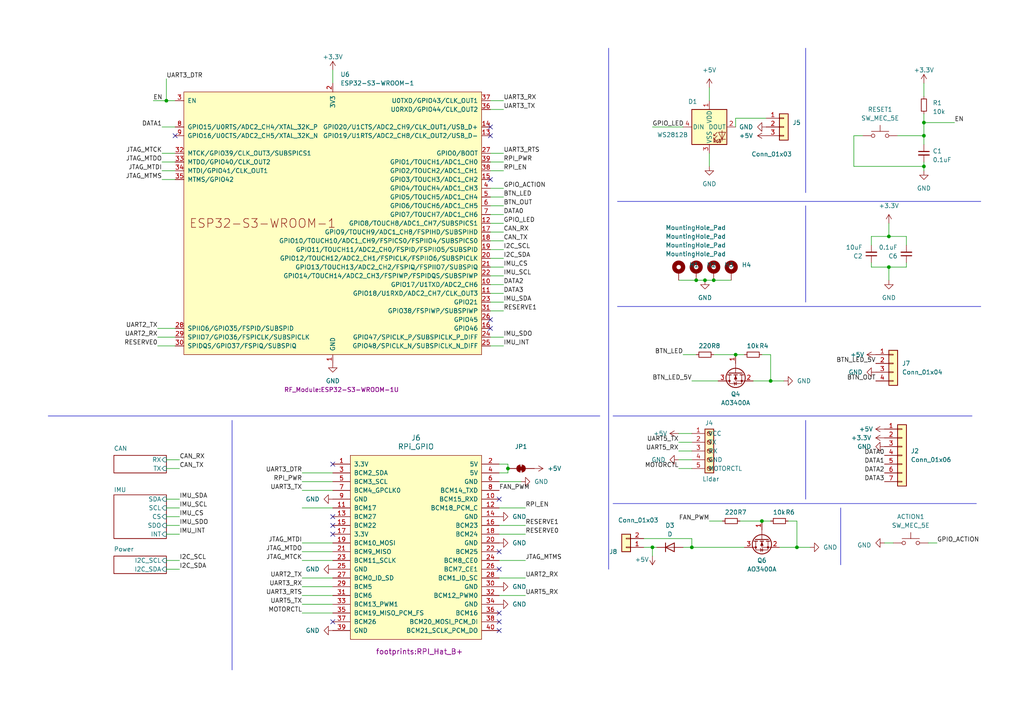
<source format=kicad_sch>
(kicad_sch (version 20231120) (generator "eeschema") (generator_version "8.0")
  (paper "A4")
  (lib_symbols
    (symbol "Connector:Screw_Terminal_01x05" (pin_names (offset 1.016))
      (property "Reference" "J4" (at 2.54 1.2701 0))
      (property "Value" "Lidar" (at -10.922 8.382 0))
      (symbol "Screw_Terminal_01x05_1_1"
        (rectangle (start -1.27 6.35) (end 1.27 -6.35) (stroke (width 0.254)) (fill (type background)))
        (circle (center 0 -5.08) (radius 0.635) (stroke (width 0.1524)))
        (circle (center 0 -2.54) (radius 0.635) (stroke (width 0.1524)))
        (polyline (pts (xy -0.5334 -4.7498) (xy 0.3302 -5.588)) (stroke (width 0.1524)))
        (polyline (pts (xy -0.5334 -2.2098) (xy 0.3302 -3.048)) (stroke (width 0.1524)))
        (polyline (pts (xy -0.5334 0.3302) (xy 0.3302 -0.508)) (stroke (width 0.1524)))
        (polyline (pts (xy -0.5334 2.8702) (xy 0.3302 2.032)) (stroke (width 0.1524)))
        (polyline (pts (xy -0.5334 5.4102) (xy 0.3302 4.572)) (stroke (width 0.1524)))
        (polyline (pts (xy -0.3556 -4.572) (xy 0.508 -5.4102)) (stroke (width 0.1524)))
        (polyline (pts (xy -0.3556 -2.032) (xy 0.508 -2.8702)) (stroke (width 0.1524)))
        (polyline (pts (xy -0.3556 0.508) (xy 0.508 -0.3302)) (stroke (width 0.1524)))
        (polyline (pts (xy -0.3556 3.048) (xy 0.508 2.2098)) (stroke (width 0.1524)))
        (polyline (pts (xy -0.3556 5.588) (xy 0.508 4.7498)) (stroke (width 0.1524)))
        (circle (center 0 0) (radius 0.635) (stroke (width 0.1524)))
        (circle (center 0 2.54) (radius 0.635) (stroke (width 0.1524)))
        (circle (center 0 5.08) (radius 0.635) (stroke (width 0.1524)))
        (pin passive line (at -5.08 5.08 0) (length 3.81) (name "VCC") (number "1"))
        (pin passive line (at -5.08 2.54 0) (length 3.81) (name "TX") (number "2"))
        (pin passive line (at -5.08 0 0) (length 3.81) (name "RX") (number "3"))
        (pin passive line (at -5.08 -2.54 0) (length 3.81) (name "GND") (number "4"))
        (pin passive line (at -5.08 -5.08 0) (length 3.81) (name "MOTORCTL") (number "5"))
      )
    )
    (symbol "Connector_Generic:Conn_01x02" (pin_names (offset 1.016) hide)
      (property "Reference" "J" (at 0 2.54 0))
      (property "Value" "Conn_01x02" (at 0 -5.08 0))
      (symbol "Conn_01x02_1_1"
        (rectangle (start -1.27 -2.413) (end 0 -2.667) (stroke (width 0.1524)))
        (rectangle (start -1.27 0.127) (end 0 -0.127) (stroke (width 0.1524)))
        (rectangle (start -1.27 1.27) (end 1.27 -3.81) (stroke (width 0.254)) (fill (type background)))
        (pin passive line (at -5.08 0 0) (length 3.81) (name "Pin_1") (number "1"))
        (pin passive line (at -5.08 -2.54 0) (length 3.81) (name "Pin_2") (number "2"))
      )
    )
    (symbol "Connector_Generic:Conn_01x03" (pin_names (offset 1.016) hide)
      (property "Reference" "J" (at 0 5.08 0))
      (property "Value" "Conn_01x03" (at 0 -5.08 0))
      (symbol "Conn_01x03_1_1"
        (rectangle (start -1.27 -2.413) (end 0 -2.667) (stroke (width 0.1524)))
        (rectangle (start -1.27 0.127) (end 0 -0.127) (stroke (width 0.1524)))
        (rectangle (start -1.27 2.667) (end 0 2.413) (stroke (width 0.1524)))
        (rectangle (start -1.27 3.81) (end 1.27 -3.81) (stroke (width 0.254)) (fill (type background)))
        (pin passive line (at -5.08 2.54 0) (length 3.81) (name "Pin_1") (number "1"))
        (pin passive line (at -5.08 0 0) (length 3.81) (name "Pin_2") (number "2"))
        (pin passive line (at -5.08 -2.54 0) (length 3.81) (name "Pin_3") (number "3"))
      )
    )
    (symbol "Connector_Generic:Conn_01x04" (pin_names (offset 1.016) hide)
      (property "Reference" "J" (at 0 5.08 0))
      (property "Value" "Conn_01x04" (at 0 -7.62 0))
      (symbol "Conn_01x04_1_1"
        (rectangle (start -1.27 -4.953) (end 0 -5.207) (stroke (width 0.1524)))
        (rectangle (start -1.27 -2.413) (end 0 -2.667) (stroke (width 0.1524)))
        (rectangle (start -1.27 0.127) (end 0 -0.127) (stroke (width 0.1524)))
        (rectangle (start -1.27 2.667) (end 0 2.413) (stroke (width 0.1524)))
        (rectangle (start -1.27 3.81) (end 1.27 -6.35) (stroke (width 0.254)) (fill (type background)))
        (pin passive line (at -5.08 2.54 0) (length 3.81) (name "Pin_1") (number "1"))
        (pin passive line (at -5.08 0 0) (length 3.81) (name "Pin_2") (number "2"))
        (pin passive line (at -5.08 -2.54 0) (length 3.81) (name "Pin_3") (number "3"))
        (pin passive line (at -5.08 -5.08 0) (length 3.81) (name "Pin_4") (number "4"))
      )
    )
    (symbol "Connector_Generic:Conn_01x07" (pin_names (offset 1.016) hide)
      (property "Reference" "J" (at 0 10.16 0))
      (property "Value" "Conn_01x07" (at 0 -10.16 0))
      (symbol "Conn_01x07_1_1"
        (rectangle (start -1.27 -7.493) (end 0 -7.747) (stroke (width 0.1524)))
        (rectangle (start -1.27 -4.953) (end 0 -5.207) (stroke (width 0.1524)))
        (rectangle (start -1.27 -2.413) (end 0 -2.667) (stroke (width 0.1524)))
        (rectangle (start -1.27 0.127) (end 0 -0.127) (stroke (width 0.1524)))
        (rectangle (start -1.27 2.667) (end 0 2.413) (stroke (width 0.1524)))
        (rectangle (start -1.27 5.207) (end 0 4.953) (stroke (width 0.1524)))
        (rectangle (start -1.27 7.747) (end 0 7.493) (stroke (width 0.1524)))
        (rectangle (start -1.27 8.89) (end 1.27 -8.89) (stroke (width 0.254)) (fill (type background)))
        (pin passive line (at -5.08 7.62 0) (length 3.81) (name "Pin_1") (number "1"))
        (pin passive line (at -5.08 5.08 0) (length 3.81) (name "Pin_2") (number "2"))
        (pin passive line (at -5.08 2.54 0) (length 3.81) (name "Pin_3") (number "3"))
        (pin passive line (at -5.08 0 0) (length 3.81) (name "Pin_4") (number "4"))
        (pin passive line (at -5.08 -2.54 0) (length 3.81) (name "Pin_5") (number "5"))
        (pin passive line (at -5.08 -5.08 0) (length 3.81) (name "Pin_6") (number "6"))
        (pin passive line (at -5.08 -7.62 0) (length 3.81) (name "Pin_7") (number "7"))
      )
    )
    (symbol "Device:C_Small" (pin_numbers hide) (pin_names (offset 0.254) hide)
      (property "Reference" "C" (at 0.254 1.778 0))
      (property "Value" "C_Small" (at 0.254 -2.032 0))
      (symbol "C_Small_0_1"
        (polyline (pts (xy -1.524 -0.508) (xy 1.524 -0.508)) (stroke (width 0.3302)))
        (polyline (pts (xy -1.524 0.508) (xy 1.524 0.508)) (stroke (width 0.3048)))
      )
      (symbol "C_Small_1_1"
        (pin passive line (at 0 2.54 270) (length 2.032) (name "~") (number "1"))
        (pin passive line (at 0 -2.54 90) (length 2.032) (name "~") (number "2"))
      )
    )
    (symbol "Device:D" (pin_numbers hide) (pin_names (offset 1.016) hide)
      (property "Reference" "D" (at 0 2.54 0))
      (property "Value" "D" (at 0 -2.54 0))
      (symbol "D_0_1"
        (polyline (pts (xy -1.27 1.27) (xy -1.27 -1.27)) (stroke (width 0.254)))
        (polyline (pts (xy 1.27 0) (xy -1.27 0)))
        (polyline (pts (xy 1.27 1.27) (xy 1.27 -1.27) (xy -1.27 0) (xy 1.27 1.27)) (stroke (width 0.254)))
      )
      (symbol "D_1_1"
        (pin passive line (at -3.81 0 0) (length 2.54) (name "K") (number "1"))
        (pin passive line (at 3.81 0 180) (length 2.54) (name "A") (number "2"))
      )
    )
    (symbol "Device:R_Small" (pin_numbers hide) (pin_names (offset 0.254) hide)
      (property "Reference" "R" (at 0.762 0.508 0))
      (property "Value" "R_Small" (at 0.762 -1.016 0))
      (symbol "R_Small_0_1"
        (rectangle (start -0.762 1.778) (end 0.762 -1.778) (stroke (width 0.2032)))
      )
      (symbol "R_Small_1_1"
        (pin passive line (at 0 2.54 270) (length 0.762) (name "~") (number "1"))
        (pin passive line (at 0 -2.54 90) (length 0.762) (name "~") (number "2"))
      )
    )
    (symbol "Jumper:SolderJumper_2_Bridged" (pin_numbers hide) (pin_names (offset 0) hide) (exclude_from_sim yes) (in_bom no)
      (property "Reference" "JP" (at 0 2.032 0))
      (property "Value" "SolderJumper_2_Bridged" (at 0 -2.54 0))
      (symbol "SolderJumper_2_Bridged_0_1"
        (rectangle (start -0.508 0.508) (end 0.508 -0.508) (fill (type outline)))
        (arc (start -0.254 1.016) (mid -1.2656 0) (end -0.254 -1.016))
        (arc (start -0.254 1.016) (mid -1.2656 0) (end -0.254 -1.016) (fill (type outline)))
        (polyline (pts (xy -0.254 1.016) (xy -0.254 -1.016)))
        (polyline (pts (xy 0.254 1.016) (xy 0.254 -1.016)))
        (arc (start 0.254 -1.016) (mid 1.2656 0) (end 0.254 1.016))
        (arc (start 0.254 -1.016) (mid 1.2656 0) (end 0.254 1.016) (fill (type outline)))
      )
      (symbol "SolderJumper_2_Bridged_1_1"
        (pin passive line (at -3.81 0 0) (length 2.54) (name "A") (number "1"))
        (pin passive line (at 3.81 0 180) (length 2.54) (name "B") (number "2"))
      )
    )
    (symbol "LED:WS2812B" (pin_names (offset 0.254))
      (property "Reference" "D" (at 5.08 5.715 0))
      (property "Value" "WS2812B" (at 1.27 -5.715 0))
      (symbol "WS2812B_0_0"
        (text "RGB" (at 2.286 -4.191 0) (effects (font (size 0.762 0.762))))
      )
      (symbol "WS2812B_0_1"
        (polyline (pts (xy 1.27 -3.556) (xy 1.778 -3.556)))
        (polyline (pts (xy 1.27 -2.54) (xy 1.778 -2.54)))
        (polyline (pts (xy 4.699 -3.556) (xy 2.667 -3.556)))
        (polyline (pts (xy 2.286 -2.54) (xy 1.27 -3.556) (xy 1.27 -3.048)))
        (polyline (pts (xy 2.286 -1.524) (xy 1.27 -2.54) (xy 1.27 -2.032)))
        (polyline (pts (xy 3.683 -1.016) (xy 3.683 -3.556) (xy 3.683 -4.064)))
        (polyline (pts (xy 4.699 -1.524) (xy 2.667 -1.524) (xy 3.683 -3.556) (xy 4.699 -1.524)))
        (rectangle (start 5.08 5.08) (end -5.08 -5.08) (stroke (width 0.254)) (fill (type background)))
      )
      (symbol "WS2812B_1_1"
        (pin power_in line (at 0 7.62 270) (length 2.54) (name "VDD") (number "1"))
        (pin output line (at 7.62 0 180) (length 2.54) (name "DOUT") (number "2"))
        (pin power_in line (at 0 -7.62 90) (length 2.54) (name "VSS") (number "3"))
        (pin input line (at -7.62 0 0) (length 2.54) (name "DIN") (number "4"))
      )
    )
    (symbol "Mechanical:MountingHole_Pad" (pin_numbers hide) (pin_names (offset 1.016) hide)
      (property "Reference" "H" (at 0 6.35 0))
      (property "Value" "MountingHole_Pad" (at 0 4.445 0))
      (symbol "MountingHole_Pad_0_1"
        (circle (center 0 1.27) (radius 1.27) (stroke (width 1.27)))
      )
      (symbol "MountingHole_Pad_1_1"
        (pin input line (at 0 -2.54 90) (length 2.54) (name "1") (number "1"))
      )
    )
    (symbol "PCM_Espressif:ESP32-S3-WROOM-1" (pin_names (offset 1.016))
      (property "Reference" "U" (at -43.18 43.18 0))
      (property "Value" "ESP32-S3-WROOM-1" (at -43.18 40.64 0))
      (symbol "ESP32-S3-WROOM-1_0_0"
        (text "ESP32-S3-WROOM-1" (at -20.32 0 0) (effects (font (size 2.54 2.54))))
        (pin power_in line (at 0 -40.64 90) (length 2.54) (name "GND") (number "1"))
        (pin bidirectional line (at 45.72 -17.78 180) (length 2.54) (name "GPIO17/U1TXD/ADC2_CH6") (number "10"))
        (pin bidirectional line (at 45.72 -20.32 180) (length 2.54) (name "GPIO18/U1RXD/ADC2_CH7/CLK_OUT3") (number "11"))
        (pin bidirectional line (at 45.72 0 180) (length 2.54) (name "GPIO8/TOUCH8/ADC1_CH7/SUBSPICS1") (number "12"))
        (pin bidirectional line (at 45.72 25.4 180) (length 2.54) (name "GPIO19/U1RTS/ADC2_CH8/CLK_OUT2/USB_D-") (number "13"))
        (pin bidirectional line (at 45.72 27.94 180) (length 2.54) (name "GPIO20/U1CTS/ADC2_CH9/CLK_OUT1/USB_D+") (number "14"))
        (pin bidirectional line (at 45.72 12.7 180) (length 2.54) (name "GPIO3/TOUCH3/ADC1_CH2") (number "15"))
        (pin bidirectional line (at 45.72 -30.48 180) (length 2.54) (name "GPIO46") (number "16"))
        (pin bidirectional line (at 45.72 -2.54 180) (length 2.54) (name "GPIO9/TOUCH9/ADC1_CH8/FSPIHD/SUBSPIHD") (number "17"))
        (pin bidirectional line (at 45.72 -5.08 180) (length 2.54) (name "GPIO10/TOUCH10/ADC1_CH9/FSPICS0/FSPIIO4/SUBSPICS0") (number "18"))
        (pin bidirectional line (at 45.72 -7.62 180) (length 2.54) (name "GPIO11/TOUCH11/ADC2_CH0/FSPID/FSPIIO5/SUBSPID") (number "19"))
        (pin power_in line (at 0 40.64 270) (length 2.54) (name "3V3") (number "2"))
        (pin bidirectional line (at 45.72 -10.16 180) (length 2.54) (name "GPIO12/TOUCH12/ADC2_CH1/FSPICLK/FSPIIO6/SUBSPICLK") (number "20"))
        (pin bidirectional line (at 45.72 -12.7 180) (length 2.54) (name "GPIO13/TOUCH13/ADC2_CH2/FSPIQ/FSPIIO7/SUBSPIQ") (number "21"))
        (pin bidirectional line (at 45.72 -15.24 180) (length 2.54) (name "GPIO14/TOUCH14/ADC2_CH3/FSPIWP/FSPIDQS/SUBSPIWP") (number "22"))
        (pin bidirectional line (at 45.72 -22.86 180) (length 2.54) (name "GPIO21") (number "23"))
        (pin bidirectional line (at 45.72 -33.02 180) (length 2.54) (name "GPIO47/SPICLK_P/SUBSPICLK_P_DIFF") (number "24"))
        (pin bidirectional line (at 45.72 -35.56 180) (length 2.54) (name "GPIO48/SPICLK_N/SUBSPICLK_N_DIFF") (number "25"))
        (pin bidirectional line (at 45.72 -27.94 180) (length 2.54) (name "GPIO45") (number "26"))
        (pin bidirectional line (at 45.72 20.32 180) (length 2.54) (name "GPIO0/BOOT") (number "27"))
        (pin bidirectional line (at -45.72 -30.48 0) (length 2.54) (name "SPIIO6/GPIO35/FSPID/SUBSPID") (number "28"))
        (pin bidirectional line (at -45.72 -33.02 0) (length 2.54) (name "SPIIO7/GPIO36/FSPICLK/SUBSPICLK") (number "29"))
        (pin input line (at -45.72 35.56 0) (length 2.54) (name "EN") (number "3"))
        (pin bidirectional line (at -45.72 -35.56 0) (length 2.54) (name "SPIDQS/GPIO37/FSPIQ/SUBSPIQ") (number "30"))
        (pin bidirectional line (at 45.72 -25.4 180) (length 2.54) (name "GPIO38/FSPIWP/SUBSPIWP") (number "31"))
        (pin bidirectional line (at -45.72 20.32 0) (length 2.54) (name "MTCK/GPIO39/CLK_OUT3/SUBSPICS1") (number "32"))
        (pin bidirectional line (at -45.72 17.78 0) (length 2.54) (name "MTDO/GPIO40/CLK_OUT2") (number "33"))
        (pin bidirectional line (at -45.72 15.24 0) (length 2.54) (name "MTDI/GPIO41/CLK_OUT1") (number "34"))
        (pin bidirectional line (at -45.72 12.7 0) (length 2.54) (name "MTMS/GPIO42") (number "35"))
        (pin bidirectional line (at 45.72 33.02 180) (length 2.54) (name "U0RXD/GPIO44/CLK_OUT2") (number "36"))
        (pin bidirectional line (at 45.72 35.56 180) (length 2.54) (name "U0TXD/GPIO43/CLK_OUT1") (number "37"))
        (pin bidirectional line (at 45.72 15.24 180) (length 2.54) (name "GPIO2/TOUCH2/ADC1_CH1") (number "38"))
        (pin bidirectional line (at 45.72 17.78 180) (length 2.54) (name "GPIO1/TOUCH1/ADC1_CH0") (number "39"))
        (pin bidirectional line (at 45.72 10.16 180) (length 2.54) (name "GPIO4/TOUCH4/ADC1_CH3") (number "4"))
        (pin passive line (at 0 -40.64 90) (length 2.54) hide (name "GND") (number "40"))
        (pin passive line (at 0 -40.64 90) (length 2.54) hide (name "GND") (number "41"))
        (pin bidirectional line (at 45.72 7.62 180) (length 2.54) (name "GPIO5/TOUCH5/ADC1_CH4") (number "5"))
        (pin bidirectional line (at 45.72 5.08 180) (length 2.54) (name "GPIO6/TOUCH6/ADC1_CH5") (number "6"))
        (pin bidirectional line (at 45.72 2.54 180) (length 2.54) (name "GPIO7/TOUCH7/ADC1_CH6") (number "7"))
        (pin bidirectional line (at -45.72 27.94 0) (length 2.54) (name "GPIO15/U0RTS/ADC2_CH4/XTAL_32K_P") (number "8"))
        (pin bidirectional line (at -45.72 25.4 0) (length 2.54) (name "GPIO16/U0CTS/ADC2_CH5/XTAL_32K_N") (number "9"))
      )
      (symbol "ESP32-S3-WROOM-1_0_1"
        (rectangle (start -43.18 38.1) (end 43.18 -38.1) (fill (type background)))
      )
    )
    (symbol "RPi_Hat:RPi_GPIO" (pin_names (offset 1.016))
      (property "Reference" "J" (at 19.05 6.35 0))
      (property "Value" "RPi_GPIO" (at 19.05 3.81 0))
      (symbol "RPi_GPIO_1_1"
        (rectangle (start 0 2.54) (end 38.1 -50.8) (fill (type background)))
        (pin power_in line (at -5.08 0 0) (length 5.08) (name "3.3V") (number "1"))
        (pin bidirectional line (at 43.18 -10.16 180) (length 5.08) (name "BCM15_RXD") (number "10"))
        (pin bidirectional line (at -5.08 -12.7 0) (length 5.08) (name "BCM17") (number "11"))
        (pin bidirectional line (at 43.18 -12.7 180) (length 5.08) (name "BCM18_PCM_C") (number "12"))
        (pin bidirectional line (at -5.08 -15.24 0) (length 5.08) (name "BCM27") (number "13"))
        (pin power_in line (at 43.18 -15.24 180) (length 5.08) (name "GND") (number "14"))
        (pin bidirectional line (at -5.08 -17.78 0) (length 5.08) (name "BCM22") (number "15"))
        (pin bidirectional line (at 43.18 -17.78 180) (length 5.08) (name "BCM23") (number "16"))
        (pin power_in line (at -5.08 -20.32 0) (length 5.08) (name "3.3V") (number "17"))
        (pin bidirectional line (at 43.18 -20.32 180) (length 5.08) (name "BCM24") (number "18"))
        (pin bidirectional line (at -5.08 -22.86 0) (length 5.08) (name "BCM10_MOSI") (number "19"))
        (pin power_in line (at 43.18 0 180) (length 5.08) (name "5V") (number "2"))
        (pin power_in line (at 43.18 -22.86 180) (length 5.08) (name "GND") (number "20"))
        (pin bidirectional line (at -5.08 -25.4 0) (length 5.08) (name "BCM9_MISO") (number "21"))
        (pin bidirectional line (at 43.18 -25.4 180) (length 5.08) (name "BCM25") (number "22"))
        (pin bidirectional line (at -5.08 -27.94 0) (length 5.08) (name "BCM11_SCLK") (number "23"))
        (pin bidirectional line (at 43.18 -27.94 180) (length 5.08) (name "BCM8_CE0") (number "24"))
        (pin power_in line (at -5.08 -30.48 0) (length 5.08) (name "GND") (number "25"))
        (pin bidirectional line (at 43.18 -30.48 180) (length 5.08) (name "BCM7_CE1") (number "26"))
        (pin bidirectional line (at -5.08 -33.02 0) (length 5.08) (name "BCM0_ID_SD") (number "27"))
        (pin bidirectional line (at 43.18 -33.02 180) (length 5.08) (name "BCM1_ID_SC") (number "28"))
        (pin bidirectional line (at -5.08 -35.56 0) (length 5.08) (name "BCM5") (number "29"))
        (pin bidirectional line (at -5.08 -2.54 0) (length 5.08) (name "BCM2_SDA") (number "3"))
        (pin power_in line (at 43.18 -35.56 180) (length 5.08) (name "GND") (number "30"))
        (pin bidirectional line (at -5.08 -38.1 0) (length 5.08) (name "BCM6") (number "31"))
        (pin bidirectional line (at 43.18 -38.1 180) (length 5.08) (name "BCM12_PWM0") (number "32"))
        (pin bidirectional line (at -5.08 -40.64 0) (length 5.08) (name "BCM13_PWM1") (number "33"))
        (pin power_in line (at 43.18 -40.64 180) (length 5.08) (name "GND") (number "34"))
        (pin bidirectional line (at -5.08 -43.18 0) (length 5.08) (name "BCM19_MISO_PCM_FS") (number "35"))
        (pin bidirectional line (at 43.18 -43.18 180) (length 5.08) (name "BCM16") (number "36"))
        (pin bidirectional line (at -5.08 -45.72 0) (length 5.08) (name "BCM26") (number "37"))
        (pin bidirectional line (at 43.18 -45.72 180) (length 5.08) (name "BCM20_MOSI_PCM_DI") (number "38"))
        (pin power_in line (at -5.08 -48.26 0) (length 5.08) (name "GND") (number "39"))
        (pin power_in line (at 43.18 -2.54 180) (length 5.08) (name "5V") (number "4"))
        (pin bidirectional line (at 43.18 -48.26 180) (length 5.08) (name "BCM21_SCLK_PCM_DO") (number "40"))
        (pin bidirectional line (at -5.08 -5.08 0) (length 5.08) (name "BCM3_SCL") (number "5"))
        (pin power_in line (at 43.18 -5.08 180) (length 5.08) (name "GND") (number "6"))
        (pin bidirectional line (at -5.08 -7.62 0) (length 5.08) (name "BCM4_GPCLK0") (number "7"))
        (pin bidirectional line (at 43.18 -7.62 180) (length 5.08) (name "BCM14_TXD") (number "8"))
        (pin power_in line (at -5.08 -10.16 0) (length 5.08) (name "GND") (number "9"))
      )
    )
    (symbol "Switch:SW_Push" (pin_numbers hide) (pin_names (offset 1.016) hide)
      (property "Reference" "SW" (at 1.27 2.54 0))
      (property "Value" "SW_Push" (at 0 -1.524 0))
      (symbol "SW_Push_0_1"
        (circle (center -2.032 0) (radius 0.508))
        (polyline (pts (xy 0 1.27) (xy 0 3.048)))
        (polyline (pts (xy 2.54 1.27) (xy -2.54 1.27)))
        (circle (center 2.032 0) (radius 0.508))
        (pin passive line (at -5.08 0 0) (length 2.54) (name "1") (number "1"))
        (pin passive line (at 5.08 0 180) (length 2.54) (name "2") (number "2"))
      )
    )
    (symbol "Transistor_FET:AO3400A" (pin_names hide)
      (property "Reference" "Q" (at 5.08 1.905 0))
      (property "Value" "AO3400A" (at 5.08 0 0))
      (symbol "AO3400A_0_1"
        (polyline (pts (xy 0.254 0) (xy -2.54 0)))
        (polyline (pts (xy 0.254 1.905) (xy 0.254 -1.905)) (stroke (width 0.254)))
        (polyline (pts (xy 0.762 -1.27) (xy 0.762 -2.286)) (stroke (width 0.254)))
        (polyline (pts (xy 0.762 0.508) (xy 0.762 -0.508)) (stroke (width 0.254)))
        (polyline (pts (xy 0.762 2.286) (xy 0.762 1.27)) (stroke (width 0.254)))
        (polyline (pts (xy 2.54 2.54) (xy 2.54 1.778)))
        (polyline (pts (xy 2.54 -2.54) (xy 2.54 0) (xy 0.762 0)))
        (polyline (pts (xy 0.762 -1.778) (xy 3.302 -1.778) (xy 3.302 1.778) (xy 0.762 1.778)))
        (polyline (pts (xy 1.016 0) (xy 2.032 0.381) (xy 2.032 -0.381) (xy 1.016 0)) (fill (type outline)))
        (polyline (pts (xy 2.794 0.508) (xy 2.921 0.381) (xy 3.683 0.381) (xy 3.81 0.254)))
        (polyline (pts (xy 3.302 0.381) (xy 2.921 -0.254) (xy 3.683 -0.254) (xy 3.302 0.381)))
        (circle (center 1.651 0) (radius 2.794) (stroke (width 0.254)))
        (circle (center 2.54 -1.778) (radius 0.254) (fill (type outline)))
        (circle (center 2.54 1.778) (radius 0.254) (fill (type outline)))
      )
      (symbol "AO3400A_1_1"
        (pin input line (at -5.08 0 0) (length 2.54) (name "G") (number "1"))
        (pin passive line (at 2.54 -5.08 90) (length 2.54) (name "S") (number "2"))
        (pin passive line (at 2.54 5.08 270) (length 2.54) (name "D") (number "3"))
      )
    )
    (symbol "power:+3.3V" (power) (pin_names (offset 0))
      (property "Value" "+3.3V" (at 0 3.556 0))
      (symbol "+3.3V_0_1"
        (polyline (pts (xy -0.762 1.27) (xy 0 2.54)))
        (polyline (pts (xy 0 0) (xy 0 2.54)))
        (polyline (pts (xy 0 2.54) (xy 0.762 1.27)))
      )
      (symbol "+3.3V_1_1"
        (pin power_in line (at 0 0 90) (length 0) hide (name "+3.3V") (number "1"))
      )
    )
    (symbol "power:+5V" (power) (pin_names (offset 0))
      (property "Value" "+5V" (at 0 3.556 0))
      (symbol "+5V_0_1"
        (polyline (pts (xy -0.762 1.27) (xy 0 2.54)))
        (polyline (pts (xy 0 0) (xy 0 2.54)))
        (polyline (pts (xy 0 2.54) (xy 0.762 1.27)))
      )
      (symbol "+5V_1_1"
        (pin power_in line (at 0 0 90) (length 0) hide (name "+5V") (number "1"))
      )
    )
    (symbol "power:GND" (power) (pin_names (offset 0))
      (property "Value" "GND" (at 0 -3.81 0))
      (symbol "GND_0_1"
        (polyline (pts (xy 0 0) (xy 0 -1.27) (xy 1.27 -1.27) (xy 0 -2.54) (xy -1.27 -1.27) (xy 0 -1.27)))
      )
      (symbol "GND_1_1"
        (pin power_in line (at 0 0 270) (length 0) hide (name "GND") (number "1"))
      )
    )
  )
  (junction (at 213.36 102.87))
  (junction (at 267.97 39.37))
  (junction (at 223.52 110.49))
  (junction (at 201.93 81.28))
  (junction (at 267.97 48.26))
  (junction (at 257.81 77.47))
  (junction (at 231.14 158.75))
  (junction (at 207.01 81.28))
  (junction (at 48.26 29.21))
  (junction (at 189.23 158.75))
  (junction (at 200.66 158.75))
  (junction (at 220.98 151.13))
  (junction (at 267.97 35.56))
  (junction (at 204.47 81.28))
  (junction (at 257.81 68.58))
  (junction (at 147.32 135.89))
  (no_connect (at 142.24 95.25))
  (no_connect (at 142.24 36.83))
  (no_connect (at 142.24 39.37))
  (no_connect (at 50.8 39.37))
  (no_connect (at 142.24 92.71))
  (no_connect (at 144.78 165.1))
  (no_connect (at 96.52 154.94))
  (no_connect (at 144.78 180.34))
  (no_connect (at 96.52 149.86))
  (no_connect (at 96.52 152.4))
  (no_connect (at 144.78 144.78))
  (no_connect (at 144.78 177.8))
  (no_connect (at 144.78 160.02))
  (no_connect (at 96.52 134.62))
  (no_connect (at 144.78 182.88))
  (no_connect (at 142.24 52.07))
  (no_connect (at 96.52 180.34))
  (wire (pts (xy 262.89 68.58) (xy 262.89 71.12)))
  (wire (pts (xy 215.9 102.87) (xy 213.36 102.87)))
  (wire (pts (xy 196.85 130.81) (xy 200.66 130.81)))
  (wire (pts (xy 200.66 156.21) (xy 200.66 158.75)))
  (polyline (pts (xy 233.68 59.69) (xy 233.68 87.63)))
  (wire (pts (xy 48.26 133.35) (xy 52.07 133.35)))
  (wire (pts (xy 87.63 175.26) (xy 96.52 175.26)))
  (polyline (pts (xy 176.53 13.97) (xy 176.53 165.1)))
  (wire (pts (xy 44.45 29.21) (xy 48.26 29.21)))
  (wire (pts (xy 247.65 48.26) (xy 267.97 48.26)))
  (wire (pts (xy 142.24 49.53) (xy 146.05 49.53)))
  (wire (pts (xy 198.12 102.87) (xy 201.93 102.87)))
  (wire (pts (xy 228.6 151.13) (xy 231.14 151.13)))
  (wire (pts (xy 252.73 68.58) (xy 252.73 71.12)))
  (wire (pts (xy 48.26 29.21) (xy 50.8 29.21)))
  (wire (pts (xy 48.26 144.78) (xy 52.07 144.78)))
  (wire (pts (xy 142.24 87.63) (xy 146.05 87.63)))
  (wire (pts (xy 196.85 125.73) (xy 200.66 125.73)))
  (wire (pts (xy 48.26 152.4) (xy 52.07 152.4)))
  (polyline (pts (xy 233.68 13.97) (xy 233.68 55.88)))
  (wire (pts (xy 142.24 69.85) (xy 146.05 69.85)))
  (wire (pts (xy 223.52 110.49) (xy 227.33 110.49)))
  (polyline (pts (xy 233.68 121.92) (xy 233.68 144.78)))
  (wire (pts (xy 144.78 134.62) (xy 147.32 134.62)))
  (wire (pts (xy 262.89 76.2) (xy 262.89 77.47)))
  (wire (pts (xy 48.26 149.86) (xy 52.07 149.86)))
  (wire (pts (xy 147.32 134.62) (xy 147.32 135.89)))
  (wire (pts (xy 152.4 147.32) (xy 144.78 147.32)))
  (wire (pts (xy 267.97 46.99) (xy 267.97 48.26)))
  (wire (pts (xy 200.66 158.75) (xy 215.9 158.75)))
  (wire (pts (xy 142.24 62.23) (xy 146.05 62.23)))
  (wire (pts (xy 48.26 22.86) (xy 48.26 29.21)))
  (wire (pts (xy 207.01 81.28) (xy 212.09 81.28)))
  (wire (pts (xy 144.78 167.64) (xy 152.4 167.64)))
  (wire (pts (xy 189.23 36.83) (xy 198.12 36.83)))
  (polyline (pts (xy 179.07 88.9) (xy 284.48 88.9)))
  (polyline (pts (xy 177.8 120.65) (xy 281.94 120.65)))
  (wire (pts (xy 260.35 39.37) (xy 267.97 39.37)))
  (wire (pts (xy 247.65 39.37) (xy 247.65 48.26)))
  (wire (pts (xy 142.24 57.15) (xy 146.05 57.15)))
  (wire (pts (xy 205.74 25.4) (xy 205.74 29.21)))
  (wire (pts (xy 142.24 74.93) (xy 146.05 74.93)))
  (wire (pts (xy 87.63 170.18) (xy 96.52 170.18)))
  (wire (pts (xy 96.52 20.32) (xy 96.52 24.13)))
  (wire (pts (xy 152.4 152.4) (xy 144.78 152.4)))
  (polyline (pts (xy 177.8 146.05) (xy 283.21 146.05)))
  (wire (pts (xy 231.14 151.13) (xy 231.14 158.75)))
  (wire (pts (xy 142.24 29.21) (xy 146.05 29.21)))
  (wire (pts (xy 196.85 133.35) (xy 200.66 133.35)))
  (wire (pts (xy 220.98 102.87) (xy 223.52 102.87)))
  (wire (pts (xy 48.26 162.56) (xy 52.07 162.56)))
  (wire (pts (xy 201.93 81.28) (xy 204.47 81.28)))
  (wire (pts (xy 205.74 151.13) (xy 209.55 151.13)))
  (wire (pts (xy 144.78 162.56) (xy 152.4 162.56)))
  (wire (pts (xy 267.97 35.56) (xy 267.97 39.37)))
  (wire (pts (xy 142.24 97.79) (xy 146.05 97.79)))
  (wire (pts (xy 247.65 39.37) (xy 250.19 39.37)))
  (wire (pts (xy 45.72 95.25) (xy 50.8 95.25)))
  (wire (pts (xy 226.06 158.75) (xy 231.14 158.75)))
  (wire (pts (xy 152.4 154.94) (xy 144.78 154.94)))
  (wire (pts (xy 257.81 68.58) (xy 262.89 68.58)))
  (wire (pts (xy 186.69 156.21) (xy 200.66 156.21)))
  (polyline (pts (xy 243.84 147.32) (xy 243.84 163.83)))
  (wire (pts (xy 142.24 67.31) (xy 146.05 67.31)))
  (wire (pts (xy 205.74 44.45) (xy 205.74 48.26)))
  (wire (pts (xy 142.24 59.69) (xy 146.05 59.69)))
  (wire (pts (xy 213.36 34.29) (xy 213.36 36.83)))
  (wire (pts (xy 87.63 172.72) (xy 96.52 172.72)))
  (wire (pts (xy 48.26 154.94) (xy 52.07 154.94)))
  (wire (pts (xy 142.24 100.33) (xy 146.05 100.33)))
  (wire (pts (xy 144.78 139.7) (xy 151.13 139.7)))
  (wire (pts (xy 214.63 151.13) (xy 220.98 151.13)))
  (wire (pts (xy 257.81 64.77) (xy 257.81 68.58)))
  (wire (pts (xy 152.4 172.72) (xy 144.78 172.72)))
  (wire (pts (xy 267.97 48.26) (xy 267.97 49.53)))
  (wire (pts (xy 45.72 100.33) (xy 50.8 100.33)))
  (wire (pts (xy 147.32 137.16) (xy 144.78 137.16)))
  (wire (pts (xy 142.24 82.55) (xy 146.05 82.55)))
  (wire (pts (xy 87.63 167.64) (xy 96.52 167.64)))
  (wire (pts (xy 142.24 72.39) (xy 146.05 72.39)))
  (polyline (pts (xy 13.97 120.65) (xy 173.99 120.65)))
  (wire (pts (xy 46.99 52.07) (xy 50.8 52.07)))
  (wire (pts (xy 87.63 147.32) (xy 96.52 147.32)))
  (wire (pts (xy 87.63 160.02) (xy 96.52 160.02)))
  (polyline (pts (xy 179.07 58.42) (xy 284.48 58.42)))
  (wire (pts (xy 142.24 77.47) (xy 146.05 77.47)))
  (wire (pts (xy 87.63 137.16) (xy 96.52 137.16)))
  (wire (pts (xy 46.99 46.99) (xy 50.8 46.99)))
  (wire (pts (xy 223.52 102.87) (xy 223.52 110.49)))
  (wire (pts (xy 257.81 77.47) (xy 257.81 81.28)))
  (wire (pts (xy 87.63 177.8) (xy 96.52 177.8)))
  (wire (pts (xy 48.26 135.89) (xy 52.07 135.89)))
  (wire (pts (xy 189.23 158.75) (xy 190.5 158.75)))
  (wire (pts (xy 267.97 35.56) (xy 276.86 35.56)))
  (wire (pts (xy 142.24 90.17) (xy 146.05 90.17)))
  (wire (pts (xy 87.63 142.24) (xy 96.52 142.24)))
  (wire (pts (xy 189.23 158.75) (xy 186.69 158.75)))
  (wire (pts (xy 48.26 165.1) (xy 52.07 165.1)))
  (wire (pts (xy 87.63 139.7) (xy 96.52 139.7)))
  (wire (pts (xy 200.66 110.49) (xy 208.28 110.49)))
  (wire (pts (xy 196.85 128.27) (xy 200.66 128.27)))
  (wire (pts (xy 267.97 24.13) (xy 267.97 27.94)))
  (wire (pts (xy 269.24 157.48) (xy 271.78 157.48)))
  (wire (pts (xy 46.99 49.53) (xy 50.8 49.53)))
  (wire (pts (xy 87.63 157.48) (xy 96.52 157.48)))
  (wire (pts (xy 189.23 158.75) (xy 189.23 161.29)))
  (wire (pts (xy 252.73 76.2) (xy 252.73 77.47)))
  (wire (pts (xy 147.32 137.16) (xy 147.32 135.89)))
  (wire (pts (xy 257.81 77.47) (xy 262.89 77.47)))
  (wire (pts (xy 207.01 102.87) (xy 213.36 102.87)))
  (wire (pts (xy 45.72 97.79) (xy 50.8 97.79)))
  (wire (pts (xy 204.47 81.28) (xy 207.01 81.28)))
  (wire (pts (xy 196.85 81.28) (xy 201.93 81.28)))
  (wire (pts (xy 231.14 158.75) (xy 234.95 158.75)))
  (wire (pts (xy 198.12 158.75) (xy 200.66 158.75)))
  (wire (pts (xy 142.24 46.99) (xy 146.05 46.99)))
  (wire (pts (xy 142.24 44.45) (xy 146.05 44.45)))
  (wire (pts (xy 267.97 33.02) (xy 267.97 35.56)))
  (wire (pts (xy 142.24 54.61) (xy 146.05 54.61)))
  (wire (pts (xy 46.99 44.45) (xy 50.8 44.45)))
  (wire (pts (xy 87.63 162.56) (xy 96.52 162.56)))
  (wire (pts (xy 142.24 64.77) (xy 146.05 64.77)))
  (wire (pts (xy 142.24 85.09) (xy 146.05 85.09)))
  (wire (pts (xy 252.73 77.47) (xy 257.81 77.47)))
  (wire (pts (xy 267.97 39.37) (xy 267.97 41.91)))
  (wire (pts (xy 46.99 36.83) (xy 50.8 36.83)))
  (wire (pts (xy 48.26 147.32) (xy 52.07 147.32)))
  (wire (pts (xy 223.52 151.13) (xy 220.98 151.13)))
  (wire (pts (xy 257.81 68.58) (xy 252.73 68.58)))
  (wire (pts (xy 142.24 31.75) (xy 146.05 31.75)))
  (wire (pts (xy 256.54 157.48) (xy 259.08 157.48)))
  (wire (pts (xy 218.44 110.49) (xy 223.52 110.49)))
  (wire (pts (xy 196.85 135.89) (xy 200.66 135.89)))
  (polyline (pts (xy 67.31 121.92) (xy 67.31 194.31)))
  (wire (pts (xy 142.24 80.01) (xy 146.05 80.01)))
  (wire (pts (xy 222.25 34.29) (xy 213.36 34.29)))
  (label "GPIO_ACTION" (at 146.05 54.61 0))
  (label "CAN_TX" (at 52.07 135.89 0))
  (label "JTAG_MTDI" (at 87.63 157.48 180))
  (label "IMU_SCL" (at 146.05 80.01 0))
  (label "UART3_RX" (at 146.05 29.21 0))
  (label "JTAG_MTDO" (at 87.63 160.02 180))
  (label "BTN_LED_5V" (at 254 105.41 180))
  (label "JTAG_MTMS" (at 46.99 52.07 180))
  (label "IMU_CS" (at 146.05 77.47 0))
  (label "GPIO_LED" (at 146.05 64.77 0))
  (label "IMU_CS" (at 52.07 149.86 0))
  (label "IMU_SDO" (at 52.07 152.4 0))
  (label "I2C_SDA" (at 52.07 165.1 0))
  (label "CAN_RX" (at 146.05 67.31 0))
  (label "UART5_TX" (at 196.85 128.27 180))
  (label "RPI_PWR" (at 87.63 139.7 180))
  (label "EN" (at 276.86 35.56 0))
  (label "FAN_PWM" (at 205.74 151.13 180))
  (label "GPIO_LED" (at 189.23 36.83 0))
  (label "UART3_DTR" (at 48.26 22.86 0))
  (label "DATA3" (at 256.54 139.7 180))
  (label "DATA3" (at 146.05 85.09 0))
  (label "UART3_RTS" (at 87.63 172.72 180))
  (label "IMU_SCL" (at 52.07 147.32 0))
  (label "DATA2" (at 146.05 82.55 0))
  (label "UART2_TX" (at 45.72 95.25 180))
  (label "IMU_SDA" (at 52.07 144.78 0))
  (label "RESERVE0" (at 152.4 154.94 0))
  (label "RPI_PWR" (at 146.05 46.99 0))
  (label "UART3_RX" (at 87.63 170.18 180))
  (label "DATA2" (at 256.54 137.16 180))
  (label "CAN_RX" (at 52.07 133.35 0))
  (label "DATA0" (at 256.54 132.08 180))
  (label "I2C_SCL" (at 146.05 72.39 0))
  (label "UART5_RX" (at 152.4 172.72 0))
  (label "BTN_OUT" (at 254 110.49 180))
  (label "MOTORCTL" (at 196.85 135.89 180))
  (label "DATA1" (at 46.99 36.83 180))
  (label "UART3_RTS" (at 146.05 44.45 0))
  (label "JTAG_MTCK" (at 46.99 44.45 180))
  (label "BTN_LED_5V" (at 200.66 110.49 180))
  (label "RESERVE1" (at 152.4 152.4 0))
  (label "DATA1" (at 256.54 134.62 180))
  (label "UART3_TX" (at 87.63 142.24 180))
  (label "UART3_TX" (at 146.05 31.75 0))
  (label "UART3_DTR" (at 87.63 137.16 180))
  (label "I2C_SCL" (at 52.07 162.56 0))
  (label "BTN_LED" (at 146.05 57.15 0))
  (label "RESERVE1" (at 146.05 90.17 0))
  (label "UART5_RX" (at 196.85 130.81 180))
  (label "BTN_LED" (at 198.12 102.87 180))
  (label "MOTORCTL" (at 87.63 177.8 180))
  (label "EN" (at 44.45 29.21 0))
  (label "IMU_SDA" (at 146.05 87.63 0))
  (label "IMU_INT" (at 52.07 154.94 0))
  (label "DATA0" (at 146.05 62.23 0))
  (label "GPIO_ACTION" (at 271.78 157.48 0))
  (label "UART5_TX" (at 87.63 175.26 180))
  (label "IMU_INT" (at 146.05 100.33 0))
  (label "RPI_EN" (at 152.4 147.32 0))
  (label "JTAG_MTDI" (at 46.99 49.53 180))
  (label "UART2_RX" (at 152.4 167.64 0))
  (label "JTAG_MTDO" (at 46.99 46.99 180))
  (label "JTAG_MTCK" (at 87.63 162.56 180))
  (label "I2C_SDA" (at 146.05 74.93 0))
  (label "RESERVE0" (at 45.72 100.33 180))
  (label "CAN_TX" (at 146.05 69.85 0))
  (label "JTAG_MTMS" (at 152.4 162.56 0))
  (label "FAN_PWM" (at 144.78 142.24 0))
  (label "IMU_SDO" (at 146.05 97.79 0))
  (label "UART2_RX" (at 45.72 97.79 180))
  (label "BTN_OUT" (at 146.05 59.69 0))
  (label "UART2_TX" (at 87.63 167.64 180))
  (label "RPI_EN" (at 146.05 49.53 0))
  (symbol (lib_id "power:+5V") (at 196.85 125.73 90) (unit 1)
    (property "Reference" "#PWR011" (effects (hide yes)))
    (property "Value" "+5V" (at 193.548 125.73 90) (effects (justify left)))
  )
  (symbol (lib_id "Device:R_Small") (at 204.47 102.87 270) (mirror x) (unit 1)
    (property "Reference" "R8" (at 206.248 100.33 90) (effects (justify left)))
    (property "Value" "220" (at 202.565 100.33 90) (effects (justify left)))
    (property "Footprint" "Resistor_SMD:R_0805_2012Metric" (effects (hide yes)))
    (property "LCSC" "C17557" (effects (hide yes)))
  )
  (symbol (lib_id "Connector_Generic:Conn_01x02") (at 181.61 158.75 180) (unit 1)
    (property "Reference" "J8" (at 179.07 160.0201 0) (effects (justify left)))
    (property "Value" "Conn_01x03" (at 191.008 150.876 0) (effects (justify left)))
    (property "Footprint" "Connector_JST:JST_XH_B2B-XH-A_1x02_P2.50mm_Vertical" (effects (hide yes)))
    (property "Description" "Generic connector, single row, 01x02, script generated (kicad-library-utils/schlib/autogen/connector/)" (effects (hide yes)))
  )
  (symbol (lib_id "Switch:SW_Push") (at 264.16 157.48 0) (unit 1) (in_bom no)
    (property "Reference" "ACTION1" (at 264.16 149.86 0))
    (property "Value" "SW_MEC_5E" (at 264.16 152.4 0))
    (property "Footprint" "Button_Switch_THT:SW_PUSH_6mm_H5mm" (effects (hide yes)))
    (property "Description" "Push button switch, generic, two pins" (effects (hide yes)))
    (property "LCSC" "C318884" (effects (hide yes)))
  )
  (symbol (lib_id "Device:R_Small") (at 218.44 102.87 270) (mirror x) (unit 1)
    (property "Reference" "R4" (at 220.218 100.33 90) (effects (justify left)))
    (property "Value" "10k" (at 216.535 100.33 90) (effects (justify left)))
    (property "Footprint" "Resistor_SMD:R_0805_2012Metric" (effects (hide yes)))
    (property "LCSC" "C17414" (effects (hide yes)))
  )
  (symbol (lib_id "Mechanical:MountingHole_Pad") (at 212.09 78.74 0) (unit 1)
    (property "Reference" "H4" (at 215.1431 76.835 0) (effects (justify left)))
    (property "Value" "MountingHole_Pad" (at 193.04 66.04 0) (effects (justify left)))
    (property "Footprint" "MountingHole:MountingHole_3.2mm_M3_DIN965_Pad" (effects (hide yes)))
  )
  (symbol (lib_id "power:GND") (at 144.78 149.86 90) (unit 1)
    (property "Reference" "#PWR050" (effects (hide yes)))
    (property "Value" "GND" (at 148.59 149.8599 90) (effects (justify right)))
  )
  (symbol (lib_id "power:+5V") (at 154.94 135.89 270) (unit 1)
    (property "Reference" "#PWR021" (effects (hide yes)))
    (property "Value" "+5V" (at 158.75 135.8899 90) (effects (justify left)))
  )
  (symbol (lib_id "power:GND") (at 254 107.95 270) (unit 1)
    (property "Reference" "#PWR020" (effects (hide yes)))
    (property "Value" "GND" (at 250.19 107.9499 90) (effects (justify right)))
  )
  (symbol (lib_id "power:GND") (at 144.78 170.18 90) (unit 1)
    (property "Reference" "#PWR033" (effects (hide yes)))
    (property "Value" "GND" (at 148.59 170.1799 90) (effects (justify right)))
  )
  (symbol (lib_id "power:GND") (at 144.78 157.48 90) (unit 1)
    (property "Reference" "#PWR032" (effects (hide yes)))
    (property "Value" "GND" (at 148.59 157.4799 90) (effects (justify right)))
  )
  (symbol (lib_id "Connector_Generic:Conn_01x04") (at 259.08 105.41 0) (unit 1) (in_bom no)
    (property "Reference" "J7" (at 261.62 105.4099 0) (effects (justify left)))
    (property "Value" "Conn_01x04" (at 261.62 107.9499 0) (effects (justify left)))
    (property "Footprint" "Connector_JST:JST_XH_B4B-XH-A_1x04_P2.50mm_Vertical" (effects (hide yes)))
    (property "Description" "Generic connector, single row, 01x04, script generated (kicad-library-utils/schlib/autogen/connector/)" (effects (hide yes)))
  )
  (symbol (lib_id "RPi_Hat:RPi_GPIO") (at 101.6 134.62 0) (unit 1) (in_bom no)
    (property "Reference" "J6" (at 120.65 127 0) (effects (font (size 1.524 1.524))))
    (property "Value" "RPi_GPIO" (at 120.65 129.54 0) (effects (font (size 1.524 1.524))))
    (property "Footprint" "footprints:RPI_Hat_B+" (at 121.666 188.976 0) (effects (font (size 1.524 1.524))))
  )
  (symbol (lib_id "power:GND") (at 267.97 49.53 0) (unit 1)
    (property "Reference" "#PWR04" (effects (hide yes)))
    (property "Value" "GND" (at 267.97 54.61 0))
  )
  (symbol (lib_id "Mechanical:MountingHole_Pad") (at 201.93 78.74 0) (unit 1)
    (property "Reference" "H2" (at 204.9831 76.835 0) (effects (justify left)))
    (property "Value" "MountingHole_Pad" (at 193.04 71.12 0) (effects (justify left)))
    (property "Footprint" "MountingHole:MountingHole_3.2mm_M3_DIN965_Pad" (effects (hide yes)))
  )
  (symbol (lib_id "Device:C_Small") (at 252.73 73.66 180) (unit 1)
    (property "Reference" "C2" (at 250.19 74.2887 0) (effects (justify left)))
    (property "Value" "10uF" (at 250.19 71.7487 0) (effects (justify left)))
    (property "Footprint" "Capacitor_SMD:C_0805_2012Metric" (effects (hide yes)))
    (property "LCSC" "C15850" (effects (hide yes)))
  )
  (symbol (lib_id "power:GND") (at 234.95 158.75 90) (unit 1)
    (property "Reference" "#PWR09" (effects (hide yes)))
    (property "Value" "GND" (at 238.76 158.7499 90) (effects (justify right)))
  )
  (symbol (lib_id "power:GND") (at 151.13 139.7 90) (unit 1)
    (property "Reference" "#PWR031" (effects (hide yes)))
    (property "Value" "GND" (at 154.94 139.6999 90) (effects (justify right)))
  )
  (symbol (lib_id "Device:D") (at 194.31 158.75 0) (unit 1)
    (property "Reference" "D3" (at 194.31 152.4 0))
    (property "Value" "D" (at 194.31 154.94 0))
    (property "Description" "Diode" (effects (hide yes)))
    (property "Sim.Device" "D" (effects (hide yes)))
    (property "Sim.Pins" "1=K 2=A" (effects (hide yes)))
    (property "LCSC" "C2480" (effects (hide yes)))
  )
  (symbol (lib_id "power:+5V") (at 254 102.87 90) (unit 1)
    (property "Reference" "#PWR019" (effects (hide yes)))
    (property "Value" "+5V" (at 250.698 102.87 90) (effects (justify left)))
  )
  (symbol (lib_id "power:GND") (at 204.47 81.28 0) (unit 1)
    (property "Reference" "#PWR06" (effects (hide yes)))
    (property "Value" "GND" (at 204.47 86.36 0))
  )
  (symbol (lib_id "power:+5V") (at 256.54 124.46 90) (unit 1)
    (property "Reference" "#PWR016" (effects (hide yes)))
    (property "Value" "+5V" (at 253.238 124.46 90) (effects (justify left)))
  )
  (symbol (lib_id "power:GND") (at 96.52 105.41 0) (unit 1)
    (property "Reference" "#PWR028" (effects (hide yes)))
    (property "Value" "GND" (at 96.52 110.49 0))
  )
  (symbol (lib_id "Mechanical:MountingHole_Pad") (at 207.01 78.74 0) (unit 1)
    (property "Reference" "H3" (at 210.0631 76.835 0) (effects (justify left)))
    (property "Value" "MountingHole_Pad" (at 193.04 73.66 0) (effects (justify left)))
    (property "Footprint" "MountingHole:MountingHole_3.2mm_M3_DIN965_Pad" (effects (hide yes)))
  )
  (symbol (lib_id "Device:C_Small") (at 267.97 44.45 0) (unit 1)
    (property "Reference" "C1" (at 270.51 43.8213 0) (effects (justify left)))
    (property "Value" "0.1uF" (at 270.51 46.3613 0) (effects (justify left)))
    (property "Footprint" "Capacitor_SMD:C_0805_2012Metric" (effects (hide yes)))
    (property "LCSC" "C49678" (effects (hide yes)))
  )
  (symbol (lib_id "Device:R_Small") (at 226.06 151.13 270) (mirror x) (unit 1)
    (property "Reference" "R6" (at 227.838 148.59 90) (effects (justify left)))
    (property "Value" "10k" (at 224.155 148.59 90) (effects (justify left)))
    (property "Footprint" "Resistor_SMD:R_0805_2012Metric" (effects (hide yes)))
    (property "LCSC" "C17414" (effects (hide yes)))
  )
  (symbol (lib_id "Jumper:SolderJumper_2_Bridged") (at 151.13 135.89 0) (unit 1) (exclude_from_sim yes) (in_bom no)
    (property "Reference" "JP1" (at 151.13 129.54 0))
    (property "Value" "SolderJumper_2_Open" (effects (hide yes)))
    (property "Footprint" "Jumper:SolderJumper-2_P1.3mm_Bridged2Bar_RoundedPad1.0x1.5mm" (effects (hide yes)))
    (property "Description" "Solder Jumper, 2-pole, closed/bridged" (effects (hide yes)))
  )
  (symbol (lib_id "Device:R_Small") (at 212.09 151.13 270) (mirror x) (unit 1)
    (property "Reference" "R7" (at 213.868 148.59 90) (effects (justify left)))
    (property "Value" "220" (at 210.185 148.59 90) (effects (justify left)))
    (property "Footprint" "Resistor_SMD:R_0805_2012Metric" (effects (hide yes)))
    (property "LCSC" "C17414" (effects (hide yes)))
  )
  (symbol (lib_id "LED:WS2812B") (at 205.74 36.83 0) (unit 1) (in_bom no)
    (property "Reference" "D1" (at 200.914 29.464 0))
    (property "Value" "WS2812B" (at 195.072 39.116 0))
    (property "Footprint" "LED_SMD:LED_WS2812B_PLCC4_5.0x5.0mm_P3.2mm" (effects (hide yes)))
    (property "Datasheet" "https://cdn-shop.adafruit.com/datasheets/WS2812B.pdf" (effects (hide yes)))
  )
  (symbol (lib_id "power:+3.3V") (at 256.54 127 90) (unit 1)
    (property "Reference" "#PWR018" (effects (hide yes)))
    (property "Value" "+3.3V" (at 252.73 126.9999 90) (effects (justify left)))
  )
  (symbol (lib_id "Transistor_FET:AO3400A") (at 213.36 107.95 90) (mirror x) (unit 1)
    (property "Reference" "Q4" (at 213.36 114.3 90))
    (property "Value" "AO3400A" (at 213.36 116.84 90))
    (property "Footprint" "Package_TO_SOT_SMD:SOT-23" (effects (hide yes)))
    (property "Datasheet" "http://www.aosmd.com/pdfs/datasheet/AO3400A.pdf" (effects (hide yes)))
    (property "LCSC" "C20917" (effects (hide yes)))
  )
  (symbol (lib_id "Mechanical:MountingHole_Pad") (at 196.85 78.74 0) (unit 1)
    (property "Reference" "H1" (at 199.9031 76.835 0) (effects (justify left)))
    (property "Value" "MountingHole_Pad" (at 193.04 68.58 0) (effects (justify left)))
    (property "Footprint" "MountingHole:MountingHole_3.2mm_M3_DIN965_Pad" (effects (hide yes)))
  )
  (symbol (lib_id "power:GND") (at 144.78 175.26 90) (unit 1)
    (property "Reference" "#PWR034" (effects (hide yes)))
    (property "Value" "GND" (at 148.59 175.2599 90) (effects (justify right)))
  )
  (symbol (lib_id "Connector_Generic:Conn_01x07") (at 261.62 132.08 0) (unit 1) (in_bom no)
    (property "Reference" "J2" (at 264.16 130.8099 0) (effects (justify left)))
    (property "Value" "Conn_01x06" (at 264.16 133.3499 0) (effects (justify left)))
    (property "Footprint" "Connector_JST:JST_XH_B7B-XH-A_1x07_P2.50mm_Vertical" (effects (hide yes)))
    (property "Description" "Generic connector, single row, 01x07, script generated (kicad-library-utils/schlib/autogen/connector/)" (effects (hide yes)))
  )
  (symbol (lib_id "Switch:SW_Push") (at 255.27 39.37 0) (unit 1) (in_bom no)
    (property "Reference" "RESET1" (at 255.27 31.75 0))
    (property "Value" "SW_MEC_5E" (at 255.27 34.29 0))
    (property "Footprint" "Button_Switch_THT:SW_PUSH_6mm_H5mm" (effects (hide yes)))
    (property "Description" "Push button switch, generic, two pins" (effects (hide yes)))
    (property "LCSC" "C318884" (effects (hide yes)))
  )
  (symbol (lib_id "power:GND") (at 222.25 36.83 270) (unit 1)
    (property "Reference" "#PWR048" (effects (hide yes)))
    (property "Value" "GND" (at 218.44 36.8299 90) (effects (justify right)))
  )
  (symbol (lib_id "power:GND") (at 257.81 81.28 0) (unit 1)
    (property "Reference" "#PWR051" (effects (hide yes)))
    (property "Value" "GND" (at 257.81 86.36 0))
  )
  (symbol (lib_id "power:GND") (at 96.52 144.78 270) (unit 1)
    (property "Reference" "#PWR049" (effects (hide yes)))
    (property "Value" "GND" (at 92.71 144.7799 90) (effects (justify right)))
  )
  (symbol (lib_id "Transistor_FET:AO3400A") (at 220.98 156.21 90) (mirror x) (unit 1)
    (property "Reference" "Q6" (at 220.98 162.56 90))
    (property "Value" "AO3400A" (at 220.98 165.1 90))
    (property "Footprint" "Package_TO_SOT_SMD:SOT-23" (effects (hide yes)))
    (property "Datasheet" "http://www.aosmd.com/pdfs/datasheet/AO3400A.pdf" (effects (hide yes)))
    (property "LCSC" "C20917" (effects (hide yes)))
  )
  (symbol (lib_id "power:GND") (at 227.33 110.49 90) (unit 1)
    (property "Reference" "#PWR055" (effects (hide yes)))
    (property "Value" "GND" (at 231.14 110.4899 90) (effects (justify right)))
  )
  (symbol (lib_id "power:GND") (at 256.54 129.54 270) (unit 1)
    (property "Reference" "#PWR017" (effects (hide yes)))
    (property "Value" "GND" (at 252.73 129.5399 90) (effects (justify right)))
  )
  (symbol (lib_id "power:GND") (at 256.54 157.48 270) (unit 1)
    (property "Reference" "#PWR02" (effects (hide yes)))
    (property "Value" "GND" (at 252.73 158.115 90) (effects (justify right)))
  )
  (symbol (lib_id "power:GND") (at 96.52 182.88 270) (unit 1)
    (property "Reference" "#PWR044" (effects (hide yes)))
    (property "Value" "GND" (at 92.71 182.8799 90) (effects (justify right)))
  )
  (symbol (lib_id "power:GND") (at 96.52 165.1 270) (unit 1)
    (property "Reference" "#PWR047" (effects (hide yes)))
    (property "Value" "GND" (at 92.71 165.0999 90) (effects (justify right)))
  )
  (symbol (lib_id "power:+3.3V") (at 257.81 64.77 0) (unit 1)
    (property "Reference" "#PWR043" (effects (hide yes)))
    (property "Value" "+3.3V" (at 257.81 59.69 0))
  )
  (symbol (lib_id "power:GND") (at 196.85 133.35 270) (unit 1)
    (property "Reference" "#PWR015" (effects (hide yes)))
    (property "Value" "GND" (at 193.04 133.3499 90) (effects (justify right)))
  )
  (symbol (lib_id "power:+3.3V") (at 267.97 24.13 0) (unit 1)
    (property "Reference" "#PWR03" (effects (hide yes)))
    (property "Value" "+3.3V" (at 267.97 20.32 0))
  )
  (symbol (lib_id "power:+3.3V") (at 96.52 20.32 0) (unit 1)
    (property "Reference" "#PWR010" (effects (hide yes)))
    (property "Value" "+3.3V" (at 96.52 16.51 0))
  )
  (symbol (lib_id "Device:C_Small") (at 262.89 73.66 180) (unit 1)
    (property "Reference" "C6" (at 260.35 74.2887 0) (effects (justify left)))
    (property "Value" "0.1uF" (at 260.35 71.7487 0) (effects (justify left)))
    (property "Footprint" "Capacitor_SMD:C_0805_2012Metric" (effects (hide yes)))
    (property "LCSC" "C49678" (effects (hide yes)))
  )
  (symbol (lib_id "PCM_Espressif:ESP32-S3-WROOM-1") (at 96.52 64.77 0) (unit 1) (in_bom no)
    (property "Reference" "U6" (at 98.7141 21.59 0) (effects (justify left)))
    (property "Value" "ESP32-S3-WROOM-1" (at 98.7141 24.13 0) (effects (justify left)))
    (property "Footprint" "RF_Module:ESP32-S3-WROOM-1U" (at 99.06 113.03 0))
    (property "Datasheet" "https://www.espressif.com/sites/default/files/documentation/esp32-s3-wroom-1_wroom-1u_datasheet_en.pdf" (effects (hide yes)))
  )
  (symbol (lib_id "power:+5V") (at 205.74 25.4 0) (unit 1)
    (property "Reference" "#PWR07" (effects (hide yes)))
    (property "Value" "+5V" (at 205.74 20.32 0))
  )
  (symbol (lib_id "Connector_Generic:Conn_01x03") (at 227.33 36.83 0) (unit 1)
    (property "Reference" "J5" (at 229.87 35.5599 0) (effects (justify left)))
    (property "Value" "Conn_01x03" (at 217.932 44.704 0) (effects (justify left)))
    (property "Footprint" "Connector_JST:JST_XH_B3B-XH-A_1x03_P2.50mm_Vertical" (effects (hide yes)))
    (property "Description" "Generic connector, single row, 01x03, script generated (kicad-library-utils/schlib/autogen/connector/)" (effects (hide yes)))
  )
  (symbol (lib_id "Connector:Screw_Terminal_01x05") (at 205.74 130.81 0) (unit 1) (in_bom no)
    (property "Reference" "J4" (at 204.47 122.682 0) (effects (justify left)))
    (property "Value" "Lidar" (at 203.708 138.938 0) (effects (justify left)))
    (property "Footprint" "Connector_JST:JST_XH_B5B-XH-A_1x05_P2.50mm_Vertical" (effects (hide yes)))
    (property "Description" "RPLIDAR" (effects (hide yes)))
  )
  (symbol (lib_id "power:+5V") (at 189.23 161.29 180) (unit 1)
    (property "Reference" "#PWR053" (effects (hide yes)))
    (property "Value" "+5V" (at 188.214 162.306 0) (effects (justify left)))
  )
  (symbol (lib_id "Device:R_Small") (at 267.97 30.48 0) (unit 1)
    (property "Reference" "R1" (at 270.51 29.845 0) (effects (justify left)))
    (property "Value" "10k" (at 270.51 32.385 0) (effects (justify left)))
    (property "Footprint" "Resistor_SMD:R_0805_2012Metric" (effects (hide yes)))
    (property "LCSC" "C17414" (effects (hide yes)))
  )
  (symbol (lib_id "power:+5V") (at 222.25 39.37 90) (unit 1)
    (property "Reference" "#PWR052" (effects (hide yes)))
    (property "Value" "+5V" (at 218.44 39.3699 90) (effects (justify left)))
  )
  (symbol (lib_id "power:GND") (at 205.74 48.26 0) (unit 1)
    (property "Reference" "#PWR08" (effects (hide yes)))
    (property "Value" "GND" (at 205.74 53.34 0))
  )
  (sheet (at 33.02 143.51) (size 15.24 12.7) (stroke (width 0.1524))
    (property "Sheetname" "IMU" (at 33.02 142.7984 0) (effects (justify left bottom)))
    (property "Sheetfile" "imu.kicad_sch" (effects (hide yes)))
    (pin "SCL" input (at 48.26 147.32 0))
    (pin "SDA" input (at 48.26 144.78 0))
    (pin "INT" input (at 48.26 154.94 0))
    (pin "CS" input (at 48.26 149.86 0))
    (pin "SDO" input (at 48.26 152.4 0))
  )
  (sheet (at 33.02 132.08) (size 15.24 5.08) (stroke (width 0.1524))
    (property "Sheetname" "CAN" (at 33.02 130.81 0) (effects (justify left bottom)))
    (property "Sheetfile" "can.kicad_sch" (effects (hide yes)))
    (pin "TX" input (at 48.26 135.89 0))
    (pin "RX" input (at 48.26 133.35 0))
  )
  (sheet (at 33.02 161.29) (size 15.24 5.08) (stroke (width 0.1524))
    (property "Sheetname" "Power" (at 33.02 160.02 0) (effects (justify left bottom)))
    (property "Sheetfile" "power.kicad_sch" (effects (hide yes)))
    (pin "I2C_SCL" input (at 48.26 162.56 0))
    (pin "I2C_SDA" input (at 48.26 165.1 0))
  )
)
</source>
